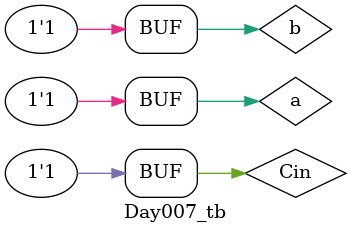
<source format=v>
module Day007_tb();

    reg a,b,Cin;
    wire Sum_ha, Cout_ha;
    wire Sum_fa, Cout_fa;

    initial begin
            Cin <= 0;a <= 0; b <= 0;
        #2  Cin <= 0;a <= 0; b <= 1;
        #2  Cin <= 0;a <= 1; b <= 0;
        #2  Cin <= 0;a <= 1; b <= 1;
        #2  Cin <= 1;a <= 0; b <= 0;
        #2  Cin <= 1;a <= 0; b <= 1;
        #2  Cin <= 1;a <= 1; b <= 0;
        #2  Cin <= 1;a <= 1; b <= 1;
    end
    half_adder ha_inst (
        .a(a),
        .b(b),
        .s(Sum_ha),
        .Cout(Cout_ha)
    );

    full_adder fa_inst (
        .a(a),
        .b(b),
        .Cin(Cin),
        .s(Sum_fa),
        .Cout(Cout_fa)
    );


    
endmodule
</source>
